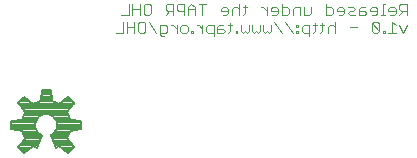
<source format=gbo>
G75*
%MOIN*%
%OFA0B0*%
%FSLAX24Y24*%
%IPPOS*%
%LPD*%
%AMOC8*
5,1,8,0,0,1.08239X$1,22.5*
%
%ADD10C,0.0030*%
%ADD11C,0.0079*%
D10*
X013657Y017744D02*
X013904Y017744D01*
X013904Y018114D01*
X014025Y018114D02*
X014025Y017744D01*
X014025Y017929D02*
X014272Y017929D01*
X014394Y017805D02*
X014394Y018052D01*
X014455Y018114D01*
X014579Y018114D01*
X014641Y018052D01*
X014641Y017805D01*
X014579Y017744D01*
X014455Y017744D01*
X014394Y017805D01*
X014272Y017744D02*
X014272Y018114D01*
X014209Y018344D02*
X014209Y018714D01*
X014088Y018714D02*
X014088Y018344D01*
X013841Y018344D01*
X014209Y018529D02*
X014456Y018529D01*
X014578Y018652D02*
X014640Y018714D01*
X014763Y018714D01*
X014825Y018652D01*
X014825Y018405D01*
X014763Y018344D01*
X014640Y018344D01*
X014578Y018405D01*
X014578Y018652D01*
X014456Y018714D02*
X014456Y018344D01*
X014762Y018114D02*
X015009Y017744D01*
X015130Y017744D02*
X015315Y017744D01*
X015377Y017805D01*
X015377Y017929D01*
X015315Y017990D01*
X015130Y017990D01*
X015130Y017682D01*
X015192Y017620D01*
X015254Y017620D01*
X015499Y017990D02*
X015561Y017990D01*
X015684Y017867D01*
X015684Y017744D02*
X015684Y017990D01*
X015806Y017929D02*
X015806Y017805D01*
X015867Y017744D01*
X015991Y017744D01*
X016052Y017805D01*
X016052Y017929D01*
X015991Y017990D01*
X015867Y017990D01*
X015806Y017929D01*
X016175Y017805D02*
X016175Y017744D01*
X016237Y017744D01*
X016237Y017805D01*
X016175Y017805D01*
X016358Y017990D02*
X016420Y017990D01*
X016543Y017867D01*
X016543Y017744D02*
X016543Y017990D01*
X016665Y017929D02*
X016665Y017805D01*
X016727Y017744D01*
X016912Y017744D01*
X017033Y017744D02*
X017033Y017929D01*
X017095Y017990D01*
X017218Y017990D01*
X017218Y017867D02*
X017033Y017867D01*
X017033Y017744D02*
X017218Y017744D01*
X017280Y017805D01*
X017218Y017867D01*
X017402Y017990D02*
X017526Y017990D01*
X017464Y018052D02*
X017464Y017805D01*
X017402Y017744D01*
X017648Y017744D02*
X017710Y017744D01*
X017710Y017805D01*
X017648Y017805D01*
X017648Y017744D01*
X017831Y017805D02*
X017831Y017990D01*
X017831Y017805D02*
X017893Y017744D01*
X017955Y017805D01*
X018016Y017744D01*
X018078Y017805D01*
X018078Y017990D01*
X018200Y017990D02*
X018200Y017805D01*
X018261Y017744D01*
X018323Y017805D01*
X018385Y017744D01*
X018446Y017805D01*
X018446Y017990D01*
X018568Y017990D02*
X018568Y017805D01*
X018630Y017744D01*
X018691Y017805D01*
X018753Y017744D01*
X018815Y017805D01*
X018815Y017990D01*
X018936Y018114D02*
X019183Y017744D01*
X019551Y017744D02*
X019304Y018114D01*
X019367Y018344D02*
X019429Y018405D01*
X019429Y018529D01*
X019367Y018590D01*
X019182Y018590D01*
X019182Y018714D02*
X019182Y018344D01*
X019367Y018344D01*
X019550Y018344D02*
X019550Y018529D01*
X019612Y018590D01*
X019797Y018590D01*
X019797Y018344D01*
X019918Y018344D02*
X019918Y018590D01*
X019918Y018344D02*
X020104Y018344D01*
X020165Y018405D01*
X020165Y018590D01*
X020655Y018590D02*
X020840Y018590D01*
X020902Y018529D01*
X020902Y018405D01*
X020840Y018344D01*
X020655Y018344D01*
X020655Y018714D01*
X021023Y018529D02*
X021023Y018467D01*
X021270Y018467D01*
X021270Y018529D02*
X021208Y018590D01*
X021085Y018590D01*
X021023Y018529D01*
X021085Y018344D02*
X021208Y018344D01*
X021270Y018405D01*
X021270Y018529D01*
X021392Y018590D02*
X021577Y018590D01*
X021638Y018529D01*
X021577Y018467D01*
X021453Y018467D01*
X021392Y018405D01*
X021453Y018344D01*
X021638Y018344D01*
X021760Y018344D02*
X021945Y018344D01*
X022007Y018405D01*
X021945Y018467D01*
X021760Y018467D01*
X021760Y018529D02*
X021760Y018344D01*
X021760Y018529D02*
X021822Y018590D01*
X021945Y018590D01*
X022128Y018529D02*
X022128Y018467D01*
X022375Y018467D01*
X022375Y018529D02*
X022313Y018590D01*
X022190Y018590D01*
X022128Y018529D01*
X022190Y018344D02*
X022313Y018344D01*
X022375Y018405D01*
X022375Y018529D01*
X022497Y018344D02*
X022621Y018344D01*
X022559Y018344D02*
X022559Y018714D01*
X022621Y018714D01*
X022804Y018590D02*
X022742Y018529D01*
X022742Y018467D01*
X022989Y018467D01*
X022989Y018529D02*
X022927Y018590D01*
X022804Y018590D01*
X022989Y018529D02*
X022989Y018405D01*
X022927Y018344D01*
X022804Y018344D01*
X022866Y018114D02*
X022866Y017744D01*
X022989Y017744D02*
X022742Y017744D01*
X022621Y017744D02*
X022559Y017744D01*
X022559Y017805D01*
X022621Y017805D01*
X022621Y017744D01*
X022436Y017805D02*
X022190Y018052D01*
X022190Y017805D01*
X022251Y017744D01*
X022375Y017744D01*
X022436Y017805D01*
X022436Y018052D01*
X022375Y018114D01*
X022251Y018114D01*
X022190Y018052D01*
X021700Y017929D02*
X021453Y017929D01*
X020963Y017929D02*
X020902Y017990D01*
X020778Y017990D01*
X020716Y017929D01*
X020716Y017744D01*
X020533Y017805D02*
X020471Y017744D01*
X020533Y017805D02*
X020533Y018052D01*
X020595Y017990D02*
X020471Y017990D01*
X020349Y017990D02*
X020226Y017990D01*
X020288Y018052D02*
X020288Y017805D01*
X020226Y017744D01*
X020104Y017744D02*
X019919Y017744D01*
X019857Y017805D01*
X019857Y017929D01*
X019919Y017990D01*
X020104Y017990D01*
X020104Y017620D01*
X019736Y017744D02*
X019736Y017805D01*
X019674Y017805D01*
X019674Y017744D01*
X019736Y017744D01*
X019736Y017929D02*
X019736Y017990D01*
X019674Y017990D01*
X019674Y017929D01*
X019736Y017929D01*
X019060Y018405D02*
X019060Y018529D01*
X018999Y018590D01*
X018875Y018590D01*
X018813Y018529D01*
X018813Y018467D01*
X019060Y018467D01*
X019060Y018405D02*
X018999Y018344D01*
X018875Y018344D01*
X018692Y018344D02*
X018692Y018590D01*
X018692Y018467D02*
X018569Y018590D01*
X018507Y018590D01*
X018017Y018590D02*
X017893Y018590D01*
X017955Y018652D02*
X017955Y018405D01*
X017893Y018344D01*
X017771Y018344D02*
X017771Y018714D01*
X017709Y018590D02*
X017586Y018590D01*
X017524Y018529D01*
X017524Y018344D01*
X017403Y018405D02*
X017403Y018529D01*
X017341Y018590D01*
X017218Y018590D01*
X017156Y018529D01*
X017156Y018467D01*
X017403Y018467D01*
X017403Y018405D02*
X017341Y018344D01*
X017218Y018344D01*
X016912Y017990D02*
X016727Y017990D01*
X016665Y017929D01*
X016912Y017990D02*
X016912Y017620D01*
X016543Y018344D02*
X016543Y018714D01*
X016666Y018714D02*
X016419Y018714D01*
X016298Y018590D02*
X016174Y018714D01*
X016051Y018590D01*
X016051Y018344D01*
X015930Y018344D02*
X015930Y018714D01*
X015744Y018714D01*
X015683Y018652D01*
X015683Y018529D01*
X015744Y018467D01*
X015930Y018467D01*
X016051Y018529D02*
X016298Y018529D01*
X016298Y018590D02*
X016298Y018344D01*
X015561Y018344D02*
X015561Y018714D01*
X015376Y018714D01*
X015314Y018652D01*
X015314Y018529D01*
X015376Y018467D01*
X015561Y018467D01*
X015438Y018467D02*
X015314Y018344D01*
X017709Y018590D02*
X017771Y018529D01*
X020963Y018114D02*
X020963Y017744D01*
X022866Y018114D02*
X022989Y017990D01*
X023110Y017990D02*
X023234Y017744D01*
X023357Y017990D01*
X023357Y018344D02*
X023357Y018714D01*
X023172Y018714D01*
X023110Y018652D01*
X023110Y018529D01*
X023172Y018467D01*
X023357Y018467D01*
X023234Y018467D02*
X023110Y018344D01*
D11*
X010610Y013733D02*
X010406Y013937D01*
X010648Y014234D01*
X010605Y014312D01*
X010571Y014395D01*
X010546Y014481D01*
X010165Y014520D01*
X010165Y014808D01*
X010546Y014847D01*
X010571Y014933D01*
X010605Y015016D01*
X010648Y015094D01*
X010406Y015391D01*
X010610Y015595D01*
X010907Y015353D01*
X010985Y015396D01*
X011068Y015430D01*
X011154Y015455D01*
X011193Y015836D01*
X011481Y015836D01*
X011520Y015455D01*
X011606Y015430D01*
X011689Y015396D01*
X011767Y015353D01*
X012064Y015595D01*
X012268Y015391D01*
X012025Y015094D01*
X012069Y015016D01*
X012103Y014933D01*
X012128Y014847D01*
X012509Y014808D01*
X012509Y014520D01*
X012128Y014481D01*
X012103Y014395D01*
X012069Y014312D01*
X012025Y014234D01*
X012268Y013937D01*
X012064Y013733D01*
X011767Y013975D01*
X011709Y013942D01*
X011648Y013914D01*
X011478Y014323D01*
X011542Y014357D01*
X011598Y014403D01*
X011644Y014459D01*
X011678Y014523D01*
X011699Y014592D01*
X011706Y014664D01*
X011699Y014736D01*
X011678Y014805D01*
X011644Y014869D01*
X011598Y014925D01*
X011542Y014971D01*
X011478Y015005D01*
X011409Y015026D01*
X011337Y015033D01*
X011265Y015026D01*
X011196Y015005D01*
X011132Y014971D01*
X011076Y014925D01*
X011030Y014869D01*
X010996Y014805D01*
X010975Y014736D01*
X010968Y014664D01*
X010975Y014592D01*
X010996Y014523D01*
X011030Y014459D01*
X011076Y014403D01*
X011132Y014357D01*
X011196Y014323D01*
X011026Y013914D01*
X010965Y013942D01*
X010907Y013975D01*
X010610Y013733D01*
X010589Y013754D02*
X010636Y013754D01*
X010730Y013832D02*
X010511Y013832D01*
X010434Y013909D02*
X010825Y013909D01*
X011056Y013986D02*
X010446Y013986D01*
X010509Y014063D02*
X011088Y014063D01*
X011120Y014141D02*
X010572Y014141D01*
X010635Y014218D02*
X011152Y014218D01*
X011184Y014295D02*
X010614Y014295D01*
X010580Y014372D02*
X011113Y014372D01*
X011038Y014449D02*
X010555Y014449D01*
X010165Y014527D02*
X010995Y014527D01*
X010974Y014604D02*
X010165Y014604D01*
X010165Y014681D02*
X010969Y014681D01*
X010982Y014758D02*
X010165Y014758D01*
X010438Y014836D02*
X011012Y014836D01*
X011066Y014913D02*
X010565Y014913D01*
X010594Y014990D02*
X011168Y014990D01*
X011506Y014990D02*
X012079Y014990D01*
X012109Y014913D02*
X011608Y014913D01*
X011662Y014836D02*
X012236Y014836D01*
X012509Y014758D02*
X011692Y014758D01*
X011704Y014681D02*
X012509Y014681D01*
X012509Y014604D02*
X011700Y014604D01*
X011679Y014527D02*
X012509Y014527D01*
X012119Y014449D02*
X011636Y014449D01*
X011560Y014372D02*
X012094Y014372D01*
X012059Y014295D02*
X011490Y014295D01*
X011522Y014218D02*
X012038Y014218D01*
X012101Y014141D02*
X011554Y014141D01*
X011586Y014063D02*
X012164Y014063D01*
X012227Y013986D02*
X011618Y013986D01*
X011849Y013909D02*
X012240Y013909D01*
X012162Y013832D02*
X011943Y013832D01*
X012038Y013754D02*
X012085Y013754D01*
X012040Y015067D02*
X010633Y015067D01*
X010607Y015145D02*
X012067Y015145D01*
X012130Y015222D02*
X010544Y015222D01*
X010481Y015299D02*
X012193Y015299D01*
X012256Y015376D02*
X011796Y015376D01*
X011724Y015376D02*
X010950Y015376D01*
X010877Y015376D02*
X010418Y015376D01*
X010469Y015454D02*
X010783Y015454D01*
X010688Y015531D02*
X010546Y015531D01*
X011149Y015454D02*
X011525Y015454D01*
X011512Y015531D02*
X011162Y015531D01*
X011170Y015608D02*
X011504Y015608D01*
X011496Y015685D02*
X011178Y015685D01*
X011185Y015763D02*
X011488Y015763D01*
X011891Y015454D02*
X012205Y015454D01*
X012128Y015531D02*
X011986Y015531D01*
M02*

</source>
